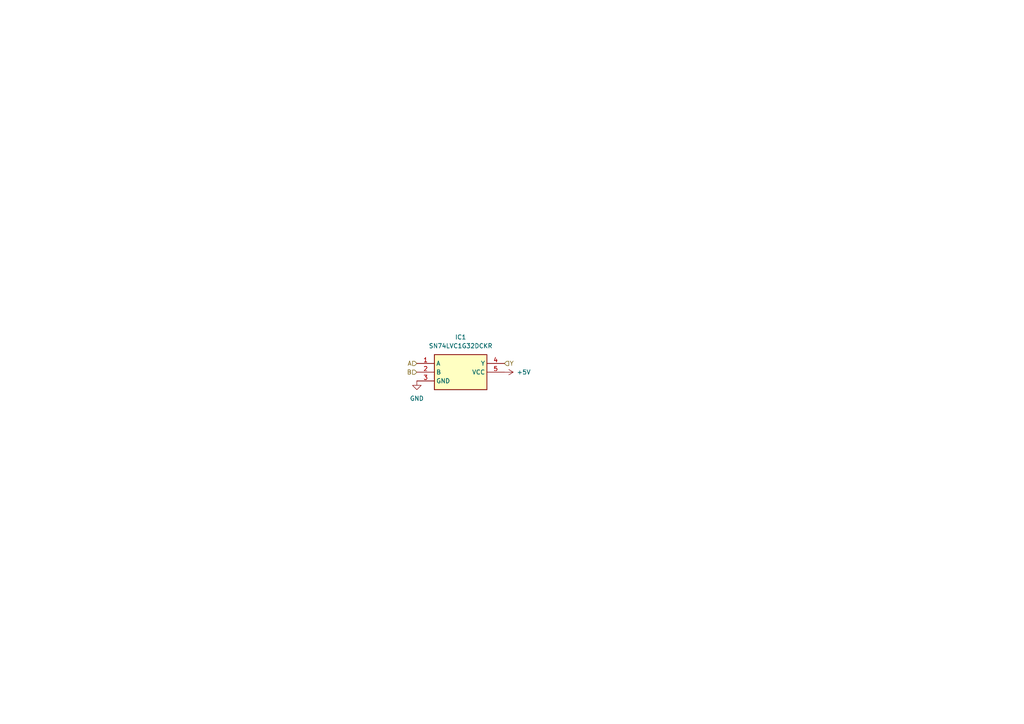
<source format=kicad_sch>
(kicad_sch (version 20230121) (generator eeschema)
  (paper "A4")
  (lib_symbols
    (symbol "SN74LVC1G32DCKR:SN74LVC1G32DCKR"
      (property "Reference" "IC" (at 21.59 7.62 0))
      (property "Value" "SN74LVC1G32DCKR" (at 21.59 5.08 0))
      (symbol "SN74LVC1G32DCKR_1_1"
        (rectangle (start 5.08 2.54) (end 20.32 -7.62) (stroke (width 0.254)) (fill (type background)))
        (pin passive line (at 0 0 0) (length 5.08) (name "A") (number "1"))
        (pin passive line (at 0 -2.54 0) (length 5.08) (name "B") (number "2"))
        (pin passive line (at 0 -5.08 0) (length 5.08) (name "GND") (number "3"))
        (pin passive line (at 25.4 0 180) (length 5.08) (name "Y") (number "4"))
        (pin passive line (at 25.4 -2.54 180) (length 5.08) (name "VCC") (number "5"))
      )
    )
    (symbol "power:+5V" (power) (pin_names (offset 0))
      (property "Value" "+5V" (at 0 3.556 0))
      (symbol "+5V_0_1"
        (polyline (pts (xy -0.762 1.27) (xy 0 2.54)))
        (polyline (pts (xy 0 0) (xy 0 2.54)))
        (polyline (pts (xy 0 2.54) (xy 0.762 1.27)))
      )
      (symbol "+5V_1_1"
        (pin power_in line (at 0 0 90) (length 0) hide (name "+5V") (number "1"))
      )
    )
    (symbol "power:GND" (power) (pin_names (offset 0))
      (property "Value" "GND" (at 0 -3.81 0))
      (symbol "GND_0_1"
        (polyline (pts (xy 0 0) (xy 0 -1.27) (xy 1.27 -1.27) (xy 0 -2.54) (xy -1.27 -1.27) (xy 0 -1.27)))
      )
      (symbol "GND_1_1"
        (pin power_in line (at 0 0 270) (length 0) hide (name "GND") (number "1"))
      )
    )
  )
  (hierarchical_label "Y" (shape input) (at 146.304 105.41 0))
  (hierarchical_label "A" (shape input) (at 120.904 105.41 180))
  (hierarchical_label "B" (shape input) (at 120.904 107.95 180))
  (symbol (lib_id "power:+5V") (at 146.304 107.95 270) (unit 1)
    (property "Reference" "#PWR043" (effects hide))
    (property "Value" "+5V" (at 149.86 107.95 90) (effects (justify left)))
    (instances (project "Control Box" (path "" (reference "#PWR043") (unit 1)) (path "" (reference "#PWR046") (unit 1))))
  )
  (symbol (lib_id "power:GND") (at 120.904 110.49 0) (unit 1)
    (property "Reference" "#PWR044" (effects hide))
    (property "Value" "GND" (at 120.904 115.57 0))
    (instances (project "Control Box" (path "" (reference "#PWR044") (unit 1)) (path "" (reference "#PWR045") (unit 1))))
  )
  (symbol (lib_id "SN74LVC1G32DCKR:SN74LVC1G32DCKR") (at 120.904 105.41 0) (unit 1)
    (property "Reference" "IC1" (at 133.604 97.79 0))
    (property "Value" "SN74LVC1G32DCKR" (at 133.604 100.33 0))
    (property "Footprint" "SN74LVC1G32DCKR:SOT65P210X110-5N" (effects hide))
    (property "Datasheet" "http://www.ti.com/lit/gpn/sn74lvc1g32" (effects hide))
    (property "Height" "1.1" (effects hide))
    (property "Manufacturer_Name" "Texas Instruments" (effects hide))
    (property "Manufacturer_Part_Number" "SN74LVC1G32DCKR" (effects hide))
    (property "Mouser Part Number" "595-SN74LVC1G32DCKR" (effects hide))
    (property "Mouser Price/Stock" "https://www.mouser.co.uk/ProductDetail/Texas-Instruments/SN74LVC1G32DCKR?qs=rshUhwi3fbYur8p35NB%252BLQ%3D%3D" (effects hide))
    (property "Arrow Part Number" "SN74LVC1G32DCKR" (effects hide))
    (property "Arrow Price/Stock" "https://www.arrow.com/en/products/sn74lvc1g32dckr/texas-instruments?region=nac" (effects hide))
    (instances (project "Control Box" (path "" (reference "IC1") (unit 1)) (path "" (reference "IC1") (unit 1)) (path "" (reference "IC2") (unit 1))))
  )
)
</source>
